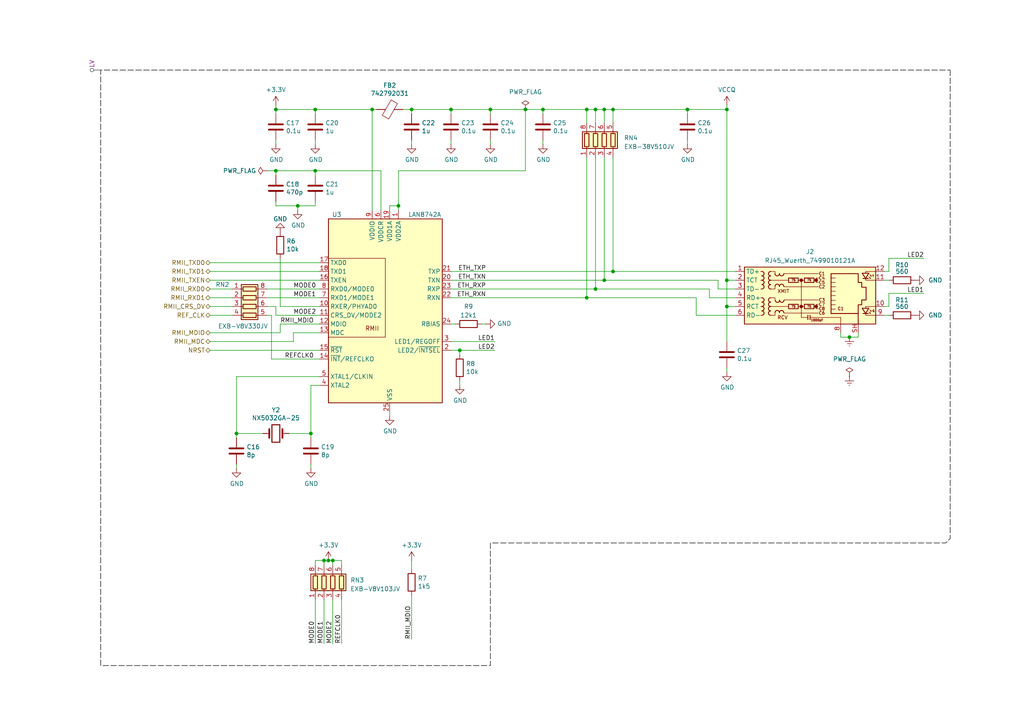
<source format=kicad_sch>
(kicad_sch (version 20250114) (generator "eeschema") (generator_version "9.0")
  (paper "A4")
  (lib_symbols
    (symbol "Connector:RJ45_Wuerth_7499010121A"
      (property "Reference" "J" (at 17.78 10.16 0))
      (property "Value" "RJ45_Wuerth_7499010121A" (at -6.35 10.16 0))
      (symbol "RJ45_Wuerth_7499010121A_0_0"
        (circle (center -1.27 5.08) (radius 0.0001) (stroke (width 0.508)))
        (polyline (pts (xy -1.27 5.08) (xy -1.27 -5.715)))
        (circle (center -1.27 -2.54) (radius 0.0001) (stroke (width 0.508)))
        (polyline (pts (xy 0.635 -5.08) (xy 0.635 -6.35)) (stroke (width 0.254)))
        (polyline (pts (xy 1.27 -5.08) (xy 1.27 -6.35)) (stroke (width 0.254)))
        (polyline (pts (xy 3.048 5.08) (xy 2.54 5.08)))
        (circle (center 3.048 5.08) (radius 0.0001) (stroke (width 0.508)))
        (polyline (pts (xy 3.048 -2.54) (xy 2.54 -2.54)))
        (circle (center 3.048 -2.54) (radius 0.0001) (stroke (width 0.508)))
        (polyline (pts (xy 3.683 5.715) (xy 3.048 5.715) (xy 3.048 4.445) (xy 3.683 4.445)))
        (polyline (pts (xy 3.683 -1.905) (xy 3.048 -1.905) (xy 3.048 -3.175) (xy 3.683 -3.175)))
        (polyline (pts (xy 17.399 7.112) (xy 17.399 7.62) (xy 20.32 7.62)))
        (polyline (pts (xy 17.399 -3.048) (xy 17.399 -2.54) (xy 20.32 -2.54)))
        (polyline (pts (xy 20.32 5.08) (xy 17.399 5.08) (xy 17.399 5.588)))
        (polyline (pts (xy 20.32 -5.08) (xy 17.399 -5.08) (xy 17.399 -4.572)))
        (text "XMIT" (at -8.255 1.905 0) (effects (font (size 1.016 1.016)) (justify left)))
        (text "RCV" (at -8.255 -5.715 0) (effects (font (size 1.016 1.016)) (justify left)))
        (text "C1" (at 4.699 6.985 0) (effects (font (size 0.889 0.889))))
        (text "C4" (at 4.699 5.715 0) (effects (font (size 0.889 0.889))))
        (text "C5" (at 4.699 4.445 0) (effects (font (size 0.889 0.889))))
        (text "C2" (at 4.699 3.175 0) (effects (font (size 0.889 0.889))))
        (text "C3" (at 4.699 -0.635 0) (effects (font (size 0.889 0.889))))
        (text "C7" (at 4.699 -1.905 0) (effects (font (size 0.889 0.889))))
        (text "C8" (at 4.699 -3.175 0) (effects (font (size 0.889 0.889))))
        (text "C6" (at 4.699 -4.445 0) (effects (font (size 0.889 0.889))))
        (text "C1" (at 10.16 -3.175 0) (effects (font (size 0.889 0.889))))
      )
      (symbol "RJ45_Wuerth_7499010121A_0_1"
        (rectangle (start -17.78 8.89) (end 20.32 -7.62) (stroke (width 0.254)) (fill (type background)))
        (polyline (pts (xy -12.7 7.62) (xy -13.081 7.62)))
        (polyline (pts (xy -12.7 5.08) (xy -13.081 5.08)))
        (polyline (pts (xy -12.7 2.54) (xy -13.081 2.54)))
        (polyline (pts (xy -12.7 0) (xy -13.081 0)))
        (polyline (pts (xy -12.7 -2.54) (xy -13.081 -2.54)))
        (polyline (pts (xy -12.7 -5.08) (xy -13.081 -5.08)))
        (polyline (pts (xy -10.16 7.62) (xy -8.89 7.62) (xy -8.89 6.985)))
        (polyline (pts (xy -10.16 0) (xy -8.89 0) (xy -8.89 -0.635)))
        (polyline (pts (xy -8.89 3.175) (xy -8.89 2.54) (xy -10.16 2.54)))
        (polyline (pts (xy -8.89 -4.445) (xy -8.89 -5.08) (xy -10.16 -5.08)))
        (polyline (pts (xy -6.35 6.985) (xy 3.683 6.985)))
        (polyline (pts (xy -6.35 3.175) (xy 3.683 3.175)))
        (polyline (pts (xy -6.35 -4.445) (xy 3.683 -4.445)))
        (polyline (pts (xy -6.223 -0.635) (xy 3.683 -0.635)))
        (polyline (pts (xy -5.08 -2.54) (xy -10.16 -2.54)))
        (polyline (pts (xy -4.953 5.08) (xy -10.16 5.08)))
        (polyline (pts (xy -2.159 5.08) (xy -0.381 5.08)))
        (polyline (pts (xy -2.159 -2.54) (xy -0.381 -2.54)))
        (polyline (pts (xy 0.635 -5.715) (xy -1.27 -5.715)))
        (polyline (pts (xy 7.366 3.175) (xy 8.636 3.175)))
        (polyline (pts (xy 7.366 1.905) (xy 8.636 1.905)))
        (polyline (pts (xy 7.366 0.635) (xy 8.636 0.635)))
        (polyline (pts (xy 7.366 -0.762) (xy 8.636 -0.762)))
        (polyline (pts (xy 7.366 -2.032) (xy 8.636 -2.032)))
        (polyline (pts (xy 8.636 5.715) (xy 7.366 5.715)))
        (polyline (pts (xy 8.636 4.445) (xy 7.366 4.445)))
        (polyline (pts (xy 8.636 -3.302) (xy 7.366 -3.302)))
        (polyline (pts (xy 10.16 -5.715) (xy 1.27 -5.715)))
        (polyline (pts (xy 10.16 -5.715) (xy 10.16 -7.62)))
      )
      (symbol "RJ45_Wuerth_7499010121A_1_0"
        (text "1000pF" (at 3.302 -6.477 0) (effects (font (size 0.635 0.635))))
      )
      (symbol "RJ45_Wuerth_7499010121A_1_1"
        (arc (start -12.7 0) (mid -12.0677 -0.635) (end -12.7 -1.27) (stroke (width 0.254)))
        (arc (start -12.6973 7.62) (mid -12.065 6.985) (end -12.6973 6.35) (stroke (width 0.254)))
        (arc (start -12.6973 -1.27) (mid -12.065 -1.905) (end -12.6973 -2.54) (stroke (width 0.254)))
        (arc (start -12.6973 -2.54) (mid -12.065 -3.175) (end -12.6973 -3.81) (stroke (width 0.254)))
        (arc (start -12.6973 -3.81) (mid -12.065 -4.445) (end -12.6973 -5.08) (stroke (width 0.254)))
        (arc (start -12.6946 6.35) (mid -12.0623 5.715) (end -12.6946 5.08) (stroke (width 0.254)))
        (arc (start -12.6946 5.08) (mid -12.0623 4.445) (end -12.6946 3.81) (stroke (width 0.254)))
        (arc (start -12.6946 3.81) (mid -12.0623 3.175) (end -12.6946 2.54) (stroke (width 0.254)))
        (arc (start -10.1654 6.35) (mid -10.7977 6.985) (end -10.1654 7.62) (stroke (width 0.254)))
        (arc (start -10.1654 5.08) (mid -10.7977 5.715) (end -10.1654 6.35) (stroke (width 0.254)))
        (arc (start -10.1654 3.81) (mid -10.7977 4.445) (end -10.1654 5.08) (stroke (width 0.254)))
        (arc (start -10.1654 -1.27) (mid -10.7977 -0.635) (end -10.1654 0) (stroke (width 0.254)))
        (arc (start -10.1654 -2.54) (mid -10.7977 -1.905) (end -10.1654 -1.27) (stroke (width 0.254)))
        (arc (start -10.1654 -3.81) (mid -10.7977 -3.175) (end -10.1654 -2.54) (stroke (width 0.254)))
        (arc (start -10.1627 2.54) (mid -10.795 3.175) (end -10.1627 3.81) (stroke (width 0.254)))
        (arc (start -10.1627 -5.08) (mid -10.795 -4.445) (end -10.1627 -3.81) (stroke (width 0.254)))
        (arc (start -7.62 6.9823) (mid -8.255 6.35) (end -8.89 6.9823) (stroke (width 0.254)))
        (arc (start -8.89 3.3047) (mid -8.255 3.937) (end -7.62 3.3047) (stroke (width 0.254)))
        (arc (start -8.89 -4.3153) (mid -8.255 -3.683) (end -7.62 -4.3153) (stroke (width 0.254)))
        (arc (start -7.5565 -0.7012) (mid -8.1915 -1.3335) (end -8.8265 -0.7012) (stroke (width 0.254)))
        (arc (start -6.35 6.985) (mid -6.985 6.3527) (end -7.62 6.985) (stroke (width 0.254)))
        (arc (start -7.62 3.3074) (mid -6.985 3.9397) (end -6.35 3.3074) (stroke (width 0.254)))
        (arc (start -7.62 -4.3126) (mid -6.985 -3.6803) (end -6.35 -4.3126) (stroke (width 0.254)))
        (arc (start -6.2865 -0.6985) (mid -6.9215 -1.3308) (end -7.5565 -0.6985) (stroke (width 0.254)))
        (rectangle (start -4.953 5.715) (end -2.159 4.445) (stroke (width 0.254)))
        (rectangle (start -4.953 -1.905) (end -2.159 -3.175) (stroke (width 0.254)))
        (rectangle (start -0.381 5.715) (end 2.413 4.445) (stroke (width 0.254)))
        (rectangle (start -0.381 -1.905) (end 2.413 -3.175) (stroke (width 0.254)))
        (polyline (pts (xy 7.366 -4.572) (xy 7.366 6.985) (xy 15.24 6.985) (xy 15.24 4.445) (xy 16.256 4.445) (xy 16.256 3.048) (xy 17.526 3.048) (xy 17.526 -0.635) (xy 16.256 -0.635) (xy 16.256 -2.032) (xy 15.24 -2.032) (xy 15.24 -4.572) (xy 7.366 -4.572)) (stroke (width 0.254)))
        (polyline (pts (xy 15.24 -7.62) (xy 15.24 -4.572)) (stroke (width 0.254)))
        (polyline (pts (xy 18.161 5.588) (xy 16.637 5.588)) (stroke (width 0.254)))
        (polyline (pts (xy 18.161 -4.572) (xy 16.637 -4.572)) (stroke (width 0.254)))
        (polyline (pts (xy 18.288 7.112) (xy 16.383 7.112) (xy 17.399 5.588) (xy 18.288 7.112)) (stroke (width 0.254)))
        (polyline (pts (xy 18.288 6.096) (xy 18.796 5.588) (xy 18.542 5.588)))
        (polyline (pts (xy 18.288 -3.048) (xy 16.383 -3.048) (xy 17.399 -4.572) (xy 18.288 -3.048)) (stroke (width 0.254)))
        (polyline (pts (xy 18.288 -4.064) (xy 18.796 -4.572) (xy 18.542 -4.572)))
        (polyline (pts (xy 18.542 6.731) (xy 19.05 6.223) (xy 18.796 6.223)))
        (polyline (pts (xy 18.542 -3.429) (xy 19.05 -3.937) (xy 18.796 -3.937)))
        (polyline (pts (xy 18.796 5.588) (xy 18.796 5.842)))
        (polyline (pts (xy 18.796 -4.572) (xy 18.796 -4.318)))
        (polyline (pts (xy 19.05 6.223) (xy 19.05 6.477)))
        (polyline (pts (xy 19.05 -3.937) (xy 19.05 -3.683)))
        (text "75" (at -3.556 5.08 0) (effects (font (size 0.635 0.635))))
        (text "75" (at -3.556 -2.54 0) (effects (font (size 0.635 0.635))))
        (text "75" (at 1.016 5.08 0) (effects (font (size 0.635 0.635))))
        (text "75" (at 1.016 -2.54 0) (effects (font (size 0.635 0.635))))
        (text "Y" (at 19.558 6.35 0) (effects (font (size 0.635 0.635))))
        (text "G" (at 19.685 -3.81 0) (effects (font (size 0.635 0.635))))
        (pin passive line (at -20.32 7.62 0) (length 2.54) (name "TD+") (number "1"))
        (pin passive line (at -20.32 5.08 0) (length 2.54) (name "TCT") (number "2"))
        (pin passive line (at -20.32 2.54 0) (length 2.54) (name "TD-") (number "3"))
        (pin passive line (at -20.32 0 0) (length 2.54) (name "RD+") (number "4"))
        (pin passive line (at -20.32 -2.54 0) (length 2.54) (name "RCT") (number "5"))
        (pin passive line (at -20.32 -5.08 0) (length 2.54) (name "RD-") (number "6"))
        (pin power_in line (at 10.16 -10.16 90) (length 2.54) (name "") (number "8"))
        (pin passive line (at 15.24 -10.16 90) (length 2.54) (name "") (number "SH"))
        (pin no_connect line (at 20.32 0 0) (length 0) (hide yes) (name "NC") (number "7"))
        (pin passive line (at 22.86 7.62 180) (length 2.54) (name "") (number "12"))
        (pin passive line (at 22.86 5.08 180) (length 2.54) (name "") (number "11"))
        (pin passive line (at 22.86 -2.54 180) (length 2.54) (name "") (number "10"))
        (pin passive line (at 22.86 -5.08 180) (length 2.54) (name "") (number "9"))
      )
    )
    (symbol "Device:C" (pin_numbers (hide yes)) (pin_names (offset 0.254))
      (property "Reference" "C" (at 0.635 2.54 0))
      (property "Value" "C" (at 0.635 -2.54 0))
      (symbol "C_0_1"
        (polyline (pts (xy -2.032 0.762) (xy 2.032 0.762)) (stroke (width 0.508)))
        (polyline (pts (xy -2.032 -0.762) (xy 2.032 -0.762)) (stroke (width 0.508)))
      )
      (symbol "C_1_1"
        (pin passive line (at 0 3.81 270) (length 2.794) (name "~") (number "1"))
        (pin passive line (at 0 -3.81 90) (length 2.794) (name "~") (number "2"))
      )
    )
    (symbol "Device:Crystal" (pin_numbers (hide yes)) (pin_names (offset 1.016) (hide yes))
      (property "Reference" "Y" (at 0 3.81 0))
      (property "Value" "Crystal" (at 0 -3.81 0))
      (symbol "Crystal_0_1"
        (polyline (pts (xy -2.54 0) (xy -1.905 0)))
        (polyline (pts (xy -1.905 -1.27) (xy -1.905 1.27)) (stroke (width 0.508)))
        (rectangle (start -1.143 2.54) (end 1.143 -2.54) (stroke (width 0.3048)))
        (polyline (pts (xy 1.905 -1.27) (xy 1.905 1.27)) (stroke (width 0.508)))
        (polyline (pts (xy 2.54 0) (xy 1.905 0)))
      )
      (symbol "Crystal_1_1"
        (pin passive line (at -3.81 0 0) (length 1.27) (name "1") (number "1"))
        (pin passive line (at 3.81 0 180) (length 1.27) (name "2") (number "2"))
      )
    )
    (symbol "Device:FerriteBead" (pin_numbers (hide yes)) (pin_names (offset 0))
      (property "Reference" "FB" (at -3.81 0.635 90))
      (property "Value" "FerriteBead" (at 3.81 0 90))
      (symbol "FerriteBead_0_1"
        (polyline (pts (xy -2.7686 0.4064) (xy -1.7018 2.2606) (xy 2.7686 -0.3048) (xy 1.6764 -2.159) (xy -2.7686 0.4064)))
        (polyline (pts (xy 0 1.27) (xy 0 1.2954)))
        (polyline (pts (xy 0 -1.27) (xy 0 -1.2192)))
      )
      (symbol "FerriteBead_1_1"
        (pin passive line (at 0 3.81 270) (length 2.54) (name "~") (number "1"))
        (pin passive line (at 0 -3.81 90) (length 2.54) (name "~") (number "2"))
      )
    )
    (symbol "Device:R" (pin_numbers (hide yes)) (pin_names (offset 0))
      (property "Reference" "R" (at 2.032 0 90))
      (property "Value" "R" (at 0 0 90))
      (symbol "R_0_1"
        (rectangle (start -1.016 -2.54) (end 1.016 2.54) (stroke (width 0.254)))
      )
      (symbol "R_1_1"
        (pin passive line (at 0 3.81 270) (length 1.27) (name "~") (number "1"))
        (pin passive line (at 0 -3.81 90) (length 1.27) (name "~") (number "2"))
      )
    )
    (symbol "Device:R_Pack04" (pin_names (offset 0) (hide yes))
      (property "Reference" "RN" (at -7.62 0 90))
      (property "Value" "R_Pack04" (at 5.08 0 90))
      (symbol "R_Pack04_0_1"
        (rectangle (start -6.35 -2.413) (end 3.81 2.413) (stroke (width 0.254)) (fill (type background)))
        (rectangle (start -5.715 1.905) (end -4.445 -1.905) (stroke (width 0.254)))
        (polyline (pts (xy -5.08 1.905) (xy -5.08 2.54)))
        (polyline (pts (xy -5.08 -2.54) (xy -5.08 -1.905)))
        (rectangle (start -3.175 1.905) (end -1.905 -1.905) (stroke (width 0.254)))
        (polyline (pts (xy -2.54 1.905) (xy -2.54 2.54)))
        (polyline (pts (xy -2.54 -2.54) (xy -2.54 -1.905)))
        (rectangle (start -0.635 1.905) (end 0.635 -1.905) (stroke (width 0.254)))
        (polyline (pts (xy 0 1.905) (xy 0 2.54)))
        (polyline (pts (xy 0 -2.54) (xy 0 -1.905)))
        (rectangle (start 1.905 1.905) (end 3.175 -1.905) (stroke (width 0.254)))
        (polyline (pts (xy 2.54 1.905) (xy 2.54 2.54)))
        (polyline (pts (xy 2.54 -2.54) (xy 2.54 -1.905)))
      )
      (symbol "R_Pack04_1_1"
        (pin passive line (at -5.08 5.08 270) (length 2.54) (name "R1.2") (number "8"))
        (pin passive line (at -5.08 -5.08 90) (length 2.54) (name "R1.1") (number "1"))
        (pin passive line (at -2.54 5.08 270) (length 2.54) (name "R2.2") (number "7"))
        (pin passive line (at -2.54 -5.08 90) (length 2.54) (name "R2.1") (number "2"))
        (pin passive line (at 0 5.08 270) (length 2.54) (name "R3.2") (number "6"))
        (pin passive line (at 0 -5.08 90) (length 2.54) (name "R3.1") (number "3"))
        (pin passive line (at 2.54 5.08 270) (length 2.54) (name "R4.2") (number "5"))
        (pin passive line (at 2.54 -5.08 90) (length 2.54) (name "R4.1") (number "4"))
      )
    )
    (symbol "Interface_Ethernet:LAN8742A"
      (property "Reference" "U" (at -13.97 29.21 0))
      (property "Value" "LAN8742A" (at 15.24 29.21 0))
      (symbol "LAN8742A_0_0"
        (text "RMII" (at -5.08 -3.81 0) (effects (font (size 1.27 1.27))))
      )
      (symbol "LAN8742A_0_1"
        (rectangle (start -17.78 27.94) (end 15.24 -25.4) (stroke (width 0.254)) (fill (type background)))
        (polyline (pts (xy -17.78 -6.35) (xy -1.27 -6.35) (xy -1.27 16.51) (xy -17.78 16.51)))
      )
      (symbol "LAN8742A_1_1"
        (pin input line (at -20.32 15.24 0) (length 2.54) (name "TXD0") (number "17"))
        (pin input line (at -20.32 12.7 0) (length 2.54) (name "TXD1") (number "18"))
        (pin input line (at -20.32 10.16 0) (length 2.54) (name "TXEN") (number "16"))
        (pin bidirectional line (at -20.32 7.62 0) (length 2.54) (name "RXD0/MODE0") (number "8"))
        (pin bidirectional line (at -20.32 5.08 0) (length 2.54) (name "RXD1/MODE1") (number "7"))
        (pin output line (at -20.32 2.54 0) (length 2.54) (name "RXER/PHYAD0") (number "10"))
        (pin bidirectional line (at -20.32 0 0) (length 2.54) (name "CRS_DV/MODE2") (number "11"))
        (pin bidirectional line (at -20.32 -2.54 0) (length 2.54) (name "MDIO") (number "12"))
        (pin input line (at -20.32 -5.08 0) (length 2.54) (name "MDC") (number "13"))
        (pin input line (at -20.32 -10.16 0) (length 2.54) (name "~{RST}") (number "15"))
        (pin output line (at -20.32 -12.7 0) (length 2.54) (name "~{INT}/REFCLKO") (number "14"))
        (pin input line (at -20.32 -17.78 0) (length 2.54) (name "XTAL1/CLKIN") (number "5"))
        (pin output line (at -20.32 -20.32 0) (length 2.54) (name "XTAL2") (number "4"))
        (pin power_in line (at -5.08 30.48 270) (length 2.54) (name "VDDIO") (number "9"))
        (pin power_in line (at -2.54 30.48 270) (length 2.54) (name "VDDCR") (number "6"))
        (pin power_in line (at 0 30.48 270) (length 2.54) (name "VDD1A") (number "19"))
        (pin power_in line (at 0 -27.94 90) (length 2.54) (name "VSS") (number "25"))
        (pin power_in line (at 2.54 30.48 270) (length 2.54) (name "VDD2A") (number "1"))
        (pin passive line (at 17.78 12.7 180) (length 2.54) (name "TXP") (number "21"))
        (pin passive line (at 17.78 10.16 180) (length 2.54) (name "TXN") (number "20"))
        (pin passive line (at 17.78 7.62 180) (length 2.54) (name "RXP") (number "23"))
        (pin passive line (at 17.78 5.08 180) (length 2.54) (name "RXN") (number "22"))
        (pin passive line (at 17.78 -2.54 180) (length 2.54) (name "RBIAS") (number "24"))
        (pin bidirectional line (at 17.78 -7.62 180) (length 2.54) (name "LED1/REGOFF") (number "3"))
        (pin bidirectional line (at 17.78 -10.16 180) (length 2.54) (name "LED2/~{INTSEL}") (number "2"))
      )
    )
    (symbol "power:+3.3V" (power) (pin_numbers (hide yes)) (pin_names (offset 0) (hide yes))
      (property "Value" "+3.3V" (at 0 3.556 0))
      (symbol "+3.3V_0_1"
        (polyline (pts (xy -0.762 1.27) (xy 0 2.54)))
        (polyline (pts (xy 0 2.54) (xy 0.762 1.27)))
        (polyline (pts (xy 0 0) (xy 0 2.54)))
      )
      (symbol "+3.3V_1_1"
        (pin power_in line (at 0 0 90) (length 0) (name "~") (number "1"))
      )
    )
    (symbol "power:Earth" (power) (pin_numbers (hide yes)) (pin_names (offset 0) (hide yes))
      (property "Value" "Earth" (at 0 -3.81 0))
      (symbol "Earth_0_1"
        (polyline (pts (xy -0.635 -1.905) (xy 0.635 -1.905)))
        (polyline (pts (xy -0.127 -2.54) (xy 0.127 -2.54)))
        (polyline (pts (xy 0 -1.27) (xy 0 0)))
        (polyline (pts (xy 1.27 -1.27) (xy -1.27 -1.27)))
      )
      (symbol "Earth_1_1"
        (pin power_in line (at 0 0 270) (length 0) (name "~") (number "1"))
      )
    )
    (symbol "power:GND" (power) (pin_numbers (hide yes)) (pin_names (offset 0) (hide yes))
      (property "Value" "GND" (at 0 -3.81 0))
      (symbol "GND_0_1"
        (polyline (pts (xy 0 0) (xy 0 -1.27) (xy 1.27 -1.27) (xy 0 -2.54) (xy -1.27 -1.27) (xy 0 -1.27)))
      )
      (symbol "GND_1_1"
        (pin power_in line (at 0 0 270) (length 0) (name "~") (number "1"))
      )
    )
    (symbol "power:PWR_FLAG" (power) (pin_numbers (hide yes)) (pin_names (offset 0) (hide yes))
      (property "Value" "PWR_FLAG" (at 0 3.81 0))
      (symbol "PWR_FLAG_0_0"
        (pin power_out line (at 0 0 90) (length 0) (name "~") (number "1"))
      )
      (symbol "PWR_FLAG_0_1"
        (polyline (pts (xy 0 0) (xy 0 1.27) (xy -1.016 1.905) (xy 0 2.54) (xy 1.016 1.905) (xy 0 1.27)))
      )
    )
    (symbol "power:VCCQ" (power) (pin_numbers (hide yes)) (pin_names (offset 0) (hide yes))
      (property "Value" "VCCQ" (at 0 3.556 0))
      (symbol "VCCQ_0_1"
        (polyline (pts (xy -0.762 1.27) (xy 0 2.54)))
        (polyline (pts (xy 0 2.54) (xy 0.762 1.27)))
        (polyline (pts (xy 0 0) (xy 0 2.54)))
      )
      (symbol "VCCQ_1_1"
        (pin power_in line (at 0 0 90) (length 0) (name "~") (number "1"))
      )
    )
  )
  (junction (at 90.17 125.73))
  (junction (at 93.98 162.56))
  (junction (at 133.35 101.6))
  (junction (at 130.81 31.75))
  (junction (at 175.26 81.28))
  (junction (at 157.48 31.75))
  (junction (at 175.26 31.75))
  (junction (at 80.01 31.75))
  (junction (at 68.58 125.73))
  (junction (at 177.8 31.75))
  (junction (at 172.72 31.75))
  (junction (at 119.38 31.75))
  (junction (at 107.95 31.75))
  (junction (at 91.44 31.75))
  (junction (at 177.8 78.74))
  (junction (at 152.4 31.75))
  (junction (at 199.39 31.75))
  (junction (at 142.24 31.75))
  (junction (at 246.38 97.79))
  (junction (at 170.18 86.36))
  (junction (at 210.82 81.28))
  (junction (at 172.72 83.82))
  (junction (at 91.44 49.53))
  (junction (at 170.18 31.75))
  (junction (at 115.57 59.69))
  (junction (at 210.82 31.75))
  (junction (at 210.82 88.9))
  (junction (at 95.25 162.56))
  (junction (at 96.52 162.56))
  (junction (at 80.01 49.53))
  (junction (at 86.36 59.69))
  (wire (pts (xy 119.38 33.02) (xy 119.38 31.75)))
  (wire (pts (xy 133.35 111.76) (xy 133.35 110.49)))
  (wire (pts (xy 130.81 86.36) (xy 170.18 86.36)))
  (wire (pts (xy 67.31 83.82) (xy 60.96 83.82)))
  (wire (pts (xy 91.44 41.91) (xy 91.44 40.64)))
  (wire (pts (xy 93.98 162.56) (xy 93.98 163.83)))
  (wire (pts (xy 243.84 96.52) (xy 243.84 97.79)))
  (wire (pts (xy 132.08 93.98) (xy 130.81 93.98)))
  (wire (pts (xy 210.82 88.9) (xy 210.82 81.28)))
  (wire (pts (xy 177.8 31.75) (xy 199.39 31.75)))
  (wire (pts (xy 157.48 41.91) (xy 157.48 40.64)))
  (wire (pts (xy 157.48 31.75) (xy 170.18 31.75)))
  (wire (pts (xy 60.96 86.36) (xy 67.31 86.36)))
  (wire (pts (xy 152.4 49.53) (xy 152.4 31.75)))
  (wire (pts (xy 107.95 31.75) (xy 107.95 60.96)))
  (wire (pts (xy 107.95 31.75) (xy 109.22 31.75)))
  (wire (pts (xy 60.96 76.2) (xy 92.71 76.2)))
  (wire (pts (xy 80.01 58.42) (xy 80.01 59.69)))
  (wire (pts (xy 91.44 31.75) (xy 107.95 31.75)))
  (wire (pts (xy 60.96 81.28) (xy 92.71 81.28)))
  (wire (pts (xy 205.74 83.82) (xy 205.74 86.36)))
  (wire (pts (xy 77.47 49.53) (xy 80.01 49.53)))
  (wire (pts (xy 210.82 107.95) (xy 210.82 106.68)))
  (wire (pts (xy 177.8 78.74) (xy 213.36 78.74)))
  (wire (pts (xy 60.96 96.52) (xy 81.28 96.52)))
  (wire (pts (xy 175.26 45.72) (xy 175.26 81.28)))
  (wire (pts (xy 96.52 173.99) (xy 96.52 186.69)))
  (wire (pts (xy 60.96 91.44) (xy 67.31 91.44)))
  (wire (pts (xy 199.39 41.91) (xy 199.39 40.64)))
  (wire (pts (xy 68.58 134.62) (xy 68.58 135.89)))
  (wire (pts (xy 142.24 41.91) (xy 142.24 40.64)))
  (wire (pts (xy 91.44 50.8) (xy 91.44 49.53)))
  (wire (pts (xy 210.82 99.06) (xy 210.82 88.9)))
  (wire (pts (xy 130.81 41.91) (xy 130.81 40.64)))
  (wire (pts (xy 175.26 31.75) (xy 175.26 35.56)))
  (wire (pts (xy 199.39 31.75) (xy 210.82 31.75)))
  (wire (pts (xy 133.35 101.6) (xy 143.51 101.6)))
  (wire (pts (xy 91.44 49.53) (xy 110.49 49.53)))
  (wire (pts (xy 80.01 30.48) (xy 80.01 31.75)))
  (wire (pts (xy 256.54 91.44) (xy 257.81 91.44)))
  (wire (pts (xy 152.4 31.75) (xy 157.48 31.75)))
  (wire (pts (xy 172.72 31.75) (xy 172.72 35.56)))
  (wire (pts (xy 77.47 86.36) (xy 92.71 86.36)))
  (wire (pts (xy 256.54 81.28) (xy 257.81 81.28)))
  (wire (pts (xy 267.97 74.93) (xy 257.81 74.93)))
  (wire (pts (xy 172.72 45.72) (xy 172.72 83.82)))
  (wire (pts (xy 90.17 125.73) (xy 90.17 111.76)))
  (wire (pts (xy 113.03 120.65) (xy 113.03 119.38)))
  (wire (pts (xy 91.44 162.56) (xy 93.98 162.56)))
  (wire (pts (xy 210.82 31.75) (xy 210.82 81.28)))
  (wire (pts (xy 91.44 163.83) (xy 91.44 162.56)))
  (wire (pts (xy 60.96 88.9) (xy 67.31 88.9)))
  (wire (pts (xy 243.84 97.79) (xy 246.38 97.79)))
  (wire (pts (xy 81.28 74.93) (xy 81.28 88.9)))
  (wire (pts (xy 60.96 99.06) (xy 85.09 99.06)))
  (wire (pts (xy 99.06 173.99) (xy 99.06 186.69)))
  (wire (pts (xy 96.52 162.56) (xy 96.52 163.83)))
  (wire (pts (xy 78.74 104.14) (xy 92.71 104.14)))
  (wire (pts (xy 130.81 101.6) (xy 133.35 101.6)))
  (wire (pts (xy 257.81 78.74) (xy 257.81 74.93)))
  (wire (pts (xy 130.81 33.02) (xy 130.81 31.75)))
  (wire (pts (xy 92.71 88.9) (xy 81.28 88.9)))
  (wire (pts (xy 246.38 97.79) (xy 248.92 97.79)))
  (wire (pts (xy 78.74 91.44) (xy 78.74 104.14)))
  (wire (pts (xy 142.24 31.75) (xy 130.81 31.75)))
  (wire (pts (xy 130.81 78.74) (xy 177.8 78.74)))
  (wire (pts (xy 90.17 111.76) (xy 92.71 111.76)))
  (wire (pts (xy 157.48 33.02) (xy 157.48 31.75)))
  (wire (pts (xy 199.39 33.02) (xy 199.39 31.75)))
  (wire (pts (xy 80.01 59.69) (xy 86.36 59.69)))
  (wire (pts (xy 91.44 33.02) (xy 91.44 31.75)))
  (wire (pts (xy 85.09 96.52) (xy 92.71 96.52)))
  (wire (pts (xy 90.17 127) (xy 90.17 125.73)))
  (wire (pts (xy 256.54 78.74) (xy 257.81 78.74)))
  (wire (pts (xy 152.4 31.75) (xy 142.24 31.75)))
  (wire (pts (xy 210.82 81.28) (xy 213.36 81.28)))
  (wire (pts (xy 60.96 101.6) (xy 92.71 101.6)))
  (wire (pts (xy 119.38 172.72) (xy 119.38 185.42)))
  (wire (pts (xy 90.17 135.89) (xy 90.17 134.62)))
  (wire (pts (xy 77.47 83.82) (xy 92.71 83.82)))
  (wire (pts (xy 172.72 31.75) (xy 175.26 31.75)))
  (wire (pts (xy 81.28 96.52) (xy 81.28 93.98)))
  (wire (pts (xy 93.98 173.99) (xy 93.98 186.69)))
  (wire (pts (xy 119.38 31.75) (xy 116.84 31.75)))
  (wire (pts (xy 119.38 165.1) (xy 119.38 162.56)))
  (wire (pts (xy 77.47 91.44) (xy 78.74 91.44)))
  (wire (pts (xy 80.01 31.75) (xy 91.44 31.75)))
  (wire (pts (xy 115.57 59.69) (xy 115.57 49.53)))
  (wire (pts (xy 177.8 45.72) (xy 177.8 78.74)))
  (wire (pts (xy 170.18 86.36) (xy 201.93 86.36)))
  (wire (pts (xy 210.82 88.9) (xy 213.36 88.9)))
  (wire (pts (xy 113.03 59.69) (xy 115.57 59.69)))
  (wire (pts (xy 86.36 60.96) (xy 86.36 59.69)))
  (wire (pts (xy 208.28 83.82) (xy 213.36 83.82)))
  (wire (pts (xy 95.25 162.56) (xy 96.52 162.56)))
  (wire (pts (xy 68.58 109.22) (xy 68.58 125.73)))
  (wire (pts (xy 115.57 59.69) (xy 115.57 60.96)))
  (wire (pts (xy 130.81 31.75) (xy 119.38 31.75)))
  (wire (pts (xy 170.18 45.72) (xy 170.18 86.36)))
  (wire (pts (xy 92.71 109.22) (xy 68.58 109.22)))
  (wire (pts (xy 93.98 162.56) (xy 95.25 162.56)))
  (wire (pts (xy 267.97 85.09) (xy 257.81 85.09)))
  (wire (pts (xy 80.01 91.44) (xy 92.71 91.44)))
  (wire (pts (xy 115.57 49.53) (xy 152.4 49.53)))
  (wire (pts (xy 201.93 86.36) (xy 201.93 91.44)))
  (wire (pts (xy 170.18 31.75) (xy 170.18 35.56)))
  (wire (pts (xy 248.92 96.52) (xy 248.92 97.79)))
  (wire (pts (xy 257.81 85.09) (xy 257.81 88.9)))
  (wire (pts (xy 130.81 83.82) (xy 172.72 83.82)))
  (wire (pts (xy 208.28 81.28) (xy 208.28 83.82)))
  (wire (pts (xy 140.97 93.98) (xy 139.7 93.98)))
  (wire (pts (xy 130.81 81.28) (xy 175.26 81.28)))
  (wire (pts (xy 256.54 88.9) (xy 257.81 88.9)))
  (wire (pts (xy 77.47 88.9) (xy 80.01 88.9)))
  (wire (pts (xy 172.72 83.82) (xy 205.74 83.82)))
  (wire (pts (xy 96.52 162.56) (xy 99.06 162.56)))
  (wire (pts (xy 205.74 86.36) (xy 213.36 86.36)))
  (wire (pts (xy 83.82 125.73) (xy 90.17 125.73)))
  (wire (pts (xy 177.8 31.75) (xy 177.8 35.56)))
  (wire (pts (xy 80.01 41.91) (xy 80.01 40.64)))
  (wire (pts (xy 81.28 93.98) (xy 92.71 93.98)))
  (wire (pts (xy 80.01 49.53) (xy 91.44 49.53)))
  (wire (pts (xy 175.26 31.75) (xy 177.8 31.75)))
  (wire (pts (xy 175.26 81.28) (xy 208.28 81.28)))
  (wire (pts (xy 86.36 59.69) (xy 91.44 59.69)))
  (wire (pts (xy 91.44 59.69) (xy 91.44 58.42)))
  (wire (pts (xy 80.01 33.02) (xy 80.01 31.75)))
  (wire (pts (xy 210.82 30.48) (xy 210.82 31.75)))
  (wire (pts (xy 99.06 162.56) (xy 99.06 163.83)))
  (wire (pts (xy 68.58 125.73) (xy 76.2 125.73)))
  (wire (pts (xy 133.35 102.87) (xy 133.35 101.6)))
  (wire (pts (xy 60.96 78.74) (xy 92.71 78.74)))
  (wire (pts (xy 68.58 127) (xy 68.58 125.73)))
  (wire (pts (xy 130.81 99.06) (xy 143.51 99.06)))
  (wire (pts (xy 80.01 49.53) (xy 80.01 50.8)))
  (wire (pts (xy 170.18 31.75) (xy 172.72 31.75)))
  (wire (pts (xy 142.24 33.02) (xy 142.24 31.75)))
  (wire (pts (xy 113.03 60.96) (xy 113.03 59.69)))
  (wire (pts (xy 85.09 99.06) (xy 85.09 96.52)))
  (wire (pts (xy 201.93 91.44) (xy 213.36 91.44)))
  (wire (pts (xy 119.38 41.91) (xy 119.38 40.64)))
  (wire (pts (xy 110.49 49.53) (xy 110.49 60.96)))
  (wire (pts (xy 91.44 173.99) (xy 91.44 186.69)))
  (wire (pts (xy 80.01 88.9) (xy 80.01 91.44)))
  (label "ETH_TXP" (at 140.97 78.74 180))
  (label "MODE1" (at 93.98 186.69 90))
  (label "LED1" (at 267.97 85.09 180))
  (label "RMII_MDIO" (at 81.28 93.98 0))
  (label "LED2" (at 267.97 74.93 180))
  (label "MODE0" (at 91.44 186.69 90))
  (label "ETH_RXP" (at 140.97 83.82 180))
  (label "ETH_RXN" (at 140.97 86.36 180))
  (label "LED1" (at 143.51 99.06 180))
  (label "MODE1" (at 85.09 86.36 0))
  (label "MODE2" (at 85.09 91.44 0))
  (label "MODE0" (at 85.09 83.82 0))
  (label "RMII_MDIO" (at 119.38 185.42 90))
  (label "LED2" (at 143.51 101.6 180))
  (label "REFCLK0" (at 82.55 104.14 0))
  (label "REFCLK0" (at 99.06 186.69 90))
  (label "MODE2" (at 96.52 186.69 90))
  (label "ETH_TXN" (at 140.97 81.28 180))
  (hierarchical_label "RMII_TXD1" (shape bidirectional) (at 60.96 78.74 180))
  (hierarchical_label "REF_CLK" (shape bidirectional) (at 60.96 91.44 180))
  (hierarchical_label "RMII_MDIO" (shape bidirectional) (at 60.96 96.52 180))
  (hierarchical_label "RMII_CRS_DV" (shape bidirectional) (at 60.96 88.9 180))
  (hierarchical_label "RMII_RXD1" (shape bidirectional) (at 60.96 86.36 180))
  (hierarchical_label "RMII_MDC" (shape bidirectional) (at 60.96 99.06 180))
  (hierarchical_label "RMII_TXD0" (shape bidirectional) (at 60.96 76.2 180))
  (hierarchical_label "RMII_TXEN" (shape bidirectional) (at 60.96 81.28 180))
  (hierarchical_label "NRST" (shape bidirectional) (at 60.96 101.6 180))
  (hierarchical_label "RMII_RXD0" (shape bidirectional) (at 60.96 83.82 180))
  (rule_area (polyline (pts (xy 275.59 20.32) (xy 275.59 156.21) (xy 274.32 157.48) (xy 142.24 157.48) (xy 142.24 193.04) (xy 29.21 193.04) (xy 29.21 20.32)) (stroke (width 0) (type dash) (color 0 0 0 1))))
  (netclass_flag "" (length 2.54) (shape round) (at 29.21 20.32 90) (property "Netclass" "LV" (at 26.67 19.6215 90) (effects (justify left))))
  (symbol (lib_id "Device:C") (at 90.17 130.81 0) (unit 1)
    (property "Reference" "C19" (at 93.091 129.6416 0) (effects (justify left)))
    (property "Value" "8p" (at 93.091 131.953 0) (effects (justify left)))
    (property "Footprint" "Capacitor_SMD:C_0603_1608Metric" (effects (hide yes)))
    (instances (project "ETH1HMSR-SMS" (path "" (reference "C19") (unit 1))) (project "ETH1HMSR-SMS" (path "" (reference "C304") (unit 1))) (project "ETH1IRCAM1" (path "" (reference "C304") (unit 1))))
  )
  (symbol (lib_id "Device:R") (at 119.38 168.91 0) (unit 1)
    (property "Reference" "R7" (at 121.158 167.7416 0) (effects (justify left)))
    (property "Value" "1k5" (at 121.158 170.053 0) (effects (justify left)))
    (property "Footprint" "Resistor_SMD:R_0603_1608Metric_Pad0.98x0.95mm_HandSolder" (effects (hide yes)))
    (instances (project "ETH1HMSR-SMS" (path "" (reference "R7") (unit 1))) (project "ETH1HMSR-SMS" (path "" (reference "R302") (unit 1))) (project "ETH1IRCAM1" (path "" (reference "R310") (unit 1))))
  )
  (symbol (lib_id "Device:C") (at 130.81 36.83 0) (unit 1)
    (property "Reference" "C23" (at 133.731 35.6616 0) (effects (justify left)))
    (property "Value" "0.1u" (at 133.731 37.973 0) (effects (justify left)))
    (property "Footprint" "Capacitor_SMD:C_0603_1608Metric" (effects (hide yes)))
    (instances (project "ETH1HMSR-SMS" (path "" (reference "C23") (unit 1))) (project "ETH1HMSR-SMS" (path "" (reference "C308") (unit 1))) (project "ETH1IRCAM1" (path "" (reference "C308") (unit 1))))
  )
  (symbol (lib_id "power:PWR_FLAG") (at 246.38 109.22 0) (unit 1)
    (property "Reference" "#FLG04" (effects (hide yes)))
    (property "Value" "PWR_FLAG" (at 246.38 104.14 0))
    (property "Description" "Special symbol for telling ERC where power comes from" (effects (hide yes)))
    (instances (project "ETH1HMSR-SMS" (path "" (reference "#FLG04") (unit 1))) (project "ETH1HMSR-SMS" (path "" (reference "#FLG0304") (unit 1))) (project "ETH1IRCAM1" (path "" (reference "#FLG0303") (unit 1))))
  )
  (symbol (lib_id "Device:R") (at 261.62 81.28 90) (unit 1)
    (property "Reference" "R10" (at 261.62 76.835 90))
    (property "Value" "560" (at 261.62 78.74 90))
    (property "Footprint" "Resistor_SMD:R_0603_1608Metric_Pad0.98x0.95mm_HandSolder" (effects (hide yes)))
    (instances (project "ETH1HMSR-SMS" (path "" (reference "R10") (unit 1))) (project "ETH1HMSR-SMS" (path "" (reference "R305") (unit 1))) (project "ETH1IRCAM1" (path "" (reference "R317") (unit 1))))
  )
  (symbol (lib_id "power:GND") (at 199.39 41.91 0) (unit 1)
    (property "Reference" "#PWR044" (effects (hide yes)))
    (property "Value" "GND" (at 199.517 46.3042 0))
    (property "Description" "Power symbol creates a global label with name \"GND\" , ground" (effects (hide yes)))
    (instances (project "ETH1HMSR-SMS" (path "" (reference "#PWR044") (unit 1))) (project "ETH1HMSR-SMS" (path "" (reference "#PWR0317") (unit 1))) (project "ETH1IRCAM1" (path "" (reference "#PWR0316") (unit 1))))
  )
  (symbol (lib_id "power:+3.3V") (at 80.01 30.48 0) (unit 1)
    (property "Reference" "#PWR029" (effects (hide yes)))
    (property "Value" "+3.3V" (at 80.01 26.035 0))
    (property "Description" "Power symbol creates a global label with name \"+3.3V\"" (effects (hide yes)))
    (instances (project "ETH1HMSR-SMS" (path "" (reference "#PWR029") (unit 1))) (project "ETH1HMSR-SMS" (path "" (reference "#PWR0302") (unit 1))) (project "ETH1IRCAM1" (path "" (reference "#PWR0303") (unit 1))))
  )
  (symbol (lib_id "Device:C") (at 119.38 36.83 0) (unit 1)
    (property "Reference" "C22" (at 122.301 35.6616 0) (effects (justify left)))
    (property "Value" "1u" (at 122.301 37.973 0) (effects (justify left)))
    (property "Footprint" "Capacitor_SMD:C_0603_1608Metric" (effects (hide yes)))
    (instances (project "ETH1HMSR-SMS" (path "" (reference "C22") (unit 1))) (project "ETH1HMSR-SMS" (path "" (reference "C307") (unit 1))) (project "ETH1IRCAM1" (path "" (reference "C307") (unit 1))))
  )
  (symbol (lib_id "power:+3.3V") (at 95.25 162.56 0) (unit 1)
    (property "Reference" "#PWR035" (effects (hide yes)))
    (property "Value" "+3.3V" (at 95.25 158.115 0))
    (property "Description" "Power symbol creates a global label with name \"+3.3V\"" (effects (hide yes)))
    (instances (project "ETH1HMSR-SMS" (path "" (reference "#PWR035") (unit 1))) (project "ETH1HMSR-SMS" (path "" (reference "#PWR0308") (unit 1))) (project "ETH1IRCAM1" (path "" (reference "#PWR0309") (unit 1))))
  )
  (symbol (lib_id "Device:C") (at 80.01 54.61 0) (unit 1)
    (property "Reference" "C18" (at 82.931 53.4416 0) (effects (justify left)))
    (property "Value" "470p" (at 82.931 55.753 0) (effects (justify left)))
    (property "Footprint" "Capacitor_SMD:C_0603_1608Metric" (effects (hide yes)))
    (instances (project "ETH1HMSR-SMS" (path "" (reference "C18") (unit 1))) (project "ETH1HMSR-SMS" (path "" (reference "C303") (unit 1))) (project "ETH1IRCAM1" (path "" (reference "C303") (unit 1))))
  )
  (symbol (lib_id "power:GND") (at 113.03 120.65 0) (unit 1)
    (property "Reference" "#PWR036" (effects (hide yes)))
    (property "Value" "GND" (at 113.157 125.0442 0))
    (property "Description" "Power symbol creates a global label with name \"GND\" , ground" (effects (hide yes)))
    (instances (project "ETH1HMSR-SMS" (path "" (reference "#PWR036") (unit 1))) (project "ETH1HMSR-SMS" (path "" (reference "#PWR0309") (unit 1))) (project "ETH1IRCAM1" (path "" (reference "#PWR0308") (unit 1))))
  )
  (symbol (lib_id "Device:C") (at 68.58 130.81 0) (unit 1)
    (property "Reference" "C16" (at 71.501 129.6416 0) (effects (justify left)))
    (property "Value" "8p" (at 71.501 131.953 0) (effects (justify left)))
    (property "Footprint" "Capacitor_SMD:C_0603_1608Metric" (effects (hide yes)))
    (instances (project "ETH1HMSR-SMS" (path "" (reference "C16") (unit 1))) (project "ETH1HMSR-SMS" (path "" (reference "C301") (unit 1))) (project "ETH1IRCAM1" (path "" (reference "C301") (unit 1))))
  )
  (symbol (lib_id "power:+3.3V") (at 119.38 162.56 0) (unit 1)
    (property "Reference" "#PWR038" (effects (hide yes)))
    (property "Value" "+3.3V" (at 119.38 158.115 0))
    (property "Description" "Power symbol creates a global label with name \"+3.3V\"" (effects (hide yes)))
    (instances (project "ETH1HMSR-SMS" (path "" (reference "#PWR038") (unit 1))) (project "ETH1HMSR-SMS" (path "" (reference "#PWR0311") (unit 1))) (project "ETH1IRCAM1" (path "" (reference "#PWR0309") (unit 1))))
  )
  (symbol (lib_id "power:GND") (at 157.48 41.91 0) (unit 1)
    (property "Reference" "#PWR043" (effects (hide yes)))
    (property "Value" "GND" (at 157.607 46.3042 0))
    (property "Description" "Power symbol creates a global label with name \"GND\" , ground" (effects (hide yes)))
    (instances (project "ETH1HMSR-SMS" (path "" (reference "#PWR043") (unit 1))) (project "ETH1HMSR-SMS" (path "" (reference "#PWR0316") (unit 1))) (project "ETH1IRCAM1" (path "" (reference "#PWR0315") (unit 1))))
  )
  (symbol (lib_id "power:GND") (at 90.17 135.89 0) (unit 1)
    (property "Reference" "#PWR033" (effects (hide yes)))
    (property "Value" "GND" (at 90.297 140.2842 0))
    (property "Description" "Power symbol creates a global label with name \"GND\" , ground" (effects (hide yes)))
    (instances (project "ETH1HMSR-SMS" (path "" (reference "#PWR033") (unit 1))) (project "ETH1HMSR-SMS" (path "" (reference "#PWR0306") (unit 1))) (project "ETH1IRCAM1" (path "" (reference "#PWR0306") (unit 1))))
  )
  (symbol (lib_id "Device:R") (at 81.28 71.12 0) (unit 1)
    (property "Reference" "R6" (at 83.058 69.9516 0) (effects (justify left)))
    (property "Value" "10k" (at 83.058 72.263 0) (effects (justify left)))
    (property "Footprint" "Resistor_SMD:R_0603_1608Metric_Pad0.98x0.95mm_HandSolder" (effects (hide yes)))
    (instances (project "ETH1HMSR-SMS" (path "" (reference "R6") (unit 1))) (project "ETH1HMSR-SMS" (path "" (reference "R301") (unit 1))) (project "ETH1IRCAM1" (path "" (reference "R310") (unit 1))))
  )
  (symbol (lib_id "power:Earth") (at 246.38 109.22 0) (unit 1)
    (property "Reference" "#PWR048" (effects (hide yes)))
    (property "Value" "Earth" (effects (hide yes)))
    (property "Description" "Power symbol creates a global label with name \"Earth\"" (effects (hide yes)))
    (instances (project "ETH1HMSR-SMS" (path "" (reference "#PWR048") (unit 1))) (project "ETH1HMSR-SMS" (path "" (reference "#PWR0321") (unit 1))) (project "ETH1IRCAM1" (path "" (reference "#PWR0320") (unit 1))))
  )
  (symbol (lib_id "Device:R_Pack04") (at 175.26 40.64 0) (unit 1)
    (property "Reference" "RN4" (at 180.975 40.005 0) (effects (justify left)))
    (property "Value" "EXB-38V510JV" (at 180.975 42.545 0) (effects (justify left)))
    (property "Footprint" "Resistor_SMD:R_Array_Concave_4x0603" (effects (hide yes)))
    (property "Description" "4 resistor network, parallel topology" (effects (hide yes)))
    (instances (project "ETH1HMSR-SMS" (path "" (reference "RN4") (unit 1))) (project "ETH1HMSR-SMS" (path "" (reference "RN303") (unit 1))))
  )
  (symbol (lib_id "Device:R_Pack04") (at 72.39 88.9 270) (unit 1)
    (property "Reference" "RN2" (at 64.516 82.55 90))
    (property "Value" "EXB-V8V330JV" (at 70.485 94.615 90))
    (property "Footprint" "Resistor_SMD:R_Array_Concave_4x0603" (effects (hide yes)))
    (property "Description" "4 resistor network, parallel topology" (effects (hide yes)))
    (instances (project "ETH1HMSR-SMS" (path "" (reference "RN2") (unit 1))) (project "ETH1HMSR-SMS" (path "" (reference "RN301") (unit 1))))
  )
  (symbol (lib_id "power:GND") (at 80.01 41.91 0) (unit 1)
    (property "Reference" "#PWR030" (effects (hide yes)))
    (property "Value" "GND" (at 80.137 46.3042 0))
    (property "Description" "Power symbol creates a global label with name \"GND\" , ground" (effects (hide yes)))
    (instances (project "ETH1HMSR-SMS" (path "" (reference "#PWR030") (unit 1))) (project "ETH1HMSR-SMS" (path "" (reference "#PWR0303") (unit 1))) (project "ETH1IRCAM1" (path "" (reference "#PWR0304") (unit 1))))
  )
  (symbol (lib_id "Device:C") (at 210.82 102.87 0) (unit 1)
    (property "Reference" "C27" (at 213.741 101.7016 0) (effects (justify left)))
    (property "Value" "0.1u" (at 213.741 104.013 0) (effects (justify left)))
    (property "Footprint" "Capacitor_SMD:C_0603_1608Metric" (effects (hide yes)))
    (instances (project "ETH1HMSR-SMS" (path "" (reference "C27") (unit 1))) (project "ETH1HMSR-SMS" (path "" (reference "C312") (unit 1))) (project "ETH1IRCAM1" (path "" (reference "C312") (unit 1))))
  )
  (symbol (lib_id "power:GND") (at 265.43 91.44 90) (unit 1)
    (property "Reference" "#PWR050" (effects (hide yes)))
    (property "Value" "GND" (at 269.24 91.44 90) (effects (justify right)))
    (property "Description" "Power symbol creates a global label with name \"GND\" , ground" (effects (hide yes)))
    (instances (project "ETH1HMSR-SMS" (path "" (reference "#PWR050") (unit 1))) (project "ETH1HMSR-SMS" (path "" (reference "#PWR0323") (unit 1))) (project "ETH1IRCAM1" (path "" (reference "#PWR0322") (unit 1))))
  )
  (symbol (lib_id "power:PWR_FLAG") (at 152.4 31.75 0) (unit 1)
    (property "Reference" "#FLG03" (effects (hide yes)))
    (property "Value" "PWR_FLAG" (at 152.4 26.67 0))
    (property "Description" "Special symbol for telling ERC where power comes from" (effects (hide yes)))
    (instances (project "ETH1HMSR-SMS" (path "" (reference "#FLG03") (unit 1))) (project "ETH1HMSR-SMS" (path "" (reference "#FLG0303") (unit 1))) (project "ETH1IRCAM1" (path "" (reference "#FLG0302") (unit 1))))
  )
  (symbol (lib_id "power:GND") (at 68.58 135.89 0) (unit 1)
    (property "Reference" "#PWR028" (effects (hide yes)))
    (property "Value" "GND" (at 68.707 140.2842 0))
    (property "Description" "Power symbol creates a global label with name \"GND\" , ground" (effects (hide yes)))
    (instances (project "ETH1HMSR-SMS" (path "" (reference "#PWR028") (unit 1))) (project "ETH1HMSR-SMS" (path "" (reference "#PWR0301") (unit 1))) (project "ETH1IRCAM1" (path "" (reference "#PWR0302") (unit 1))))
  )
  (symbol (lib_id "Device:C") (at 142.24 36.83 0) (unit 1)
    (property "Reference" "C24" (at 145.161 35.6616 0) (effects (justify left)))
    (property "Value" "0.1u" (at 145.161 37.973 0) (effects (justify left)))
    (property "Footprint" "Capacitor_SMD:C_0603_1608Metric" (effects (hide yes)))
    (instances (project "ETH1HMSR-SMS" (path "" (reference "C24") (unit 1))) (project "ETH1HMSR-SMS" (path "" (reference "C309") (unit 1))) (project "ETH1IRCAM1" (path "" (reference "C309") (unit 1))))
  )
  (symbol (lib_id "power:VCCQ") (at 210.82 30.48 0) (unit 1)
    (property "Reference" "#PWR045" (effects (hide yes)))
    (property "Value" "VCCQ" (at 210.82 26.035 0))
    (property "Description" "Power symbol creates a global label with name \"VCCQ\"" (effects (hide yes)))
    (instances (project "ETH1HMSR-SMS" (path "" (reference "#PWR045") (unit 1))) (project "ETH1HMSR-SMS" (path "" (reference "#PWR0318") (unit 1))) (project "ETH1IRCAM1" (path "" (reference "#PWR0317") (unit 1))))
  )
  (symbol (lib_id "Device:C") (at 80.01 36.83 0) (unit 1)
    (property "Reference" "C17" (at 82.931 35.6616 0) (effects (justify left)))
    (property "Value" "0.1u" (at 82.931 37.973 0) (effects (justify left)))
    (property "Footprint" "Capacitor_SMD:C_0603_1608Metric" (effects (hide yes)))
    (instances (project "ETH1HMSR-SMS" (path "" (reference "C17") (unit 1))) (project "ETH1HMSR-SMS" (path "" (reference "C302") (unit 1))) (project "ETH1IRCAM1" (path "" (reference "C302") (unit 1))))
  )
  (symbol (lib_id "Device:R") (at 261.62 91.44 90) (unit 1)
    (property "Reference" "R11" (at 261.62 86.995 90))
    (property "Value" "560" (at 261.62 88.9 90))
    (property "Footprint" "Resistor_SMD:R_0603_1608Metric_Pad0.98x0.95mm_HandSolder" (effects (hide yes)))
    (instances (project "ETH1HMSR-SMS" (path "" (reference "R11") (unit 1))) (project "ETH1HMSR-SMS" (path "" (reference "R306") (unit 1))) (project "ETH1IRCAM1" (path "" (reference "R318") (unit 1))))
  )
  (symbol (lib_id "Device:C") (at 91.44 36.83 0) (unit 1)
    (property "Reference" "C20" (at 94.361 35.6616 0) (effects (justify left)))
    (property "Value" "1u" (at 94.361 37.973 0) (effects (justify left)))
    (property "Footprint" "Capacitor_SMD:C_0603_1608Metric" (effects (hide yes)))
    (instances (project "ETH1HMSR-SMS" (path "" (reference "C20") (unit 1))) (project "ETH1HMSR-SMS" (path "" (reference "C305") (unit 1))) (project "ETH1IRCAM1" (path "" (reference "C305") (unit 1))))
  )
  (symbol (lib_id "Device:R") (at 133.35 106.68 0) (unit 1)
    (property "Reference" "R8" (at 135.128 105.5116 0) (effects (justify left)))
    (property "Value" "10k" (at 135.128 107.823 0) (effects (justify left)))
    (property "Footprint" "Resistor_SMD:R_0603_1608Metric_Pad0.98x0.95mm_HandSolder" (effects (hide yes)))
    (instances (project "ETH1HMSR-SMS" (path "" (reference "R8") (unit 1))) (project "ETH1HMSR-SMS" (path "" (reference "R303") (unit 1))) (project "ETH1IRCAM1" (path "" (reference "R311") (unit 1))))
  )
  (symbol (lib_id "power:GND") (at 119.38 41.91 0) (unit 1)
    (property "Reference" "#PWR037" (effects (hide yes)))
    (property "Value" "GND" (at 119.507 46.3042 0))
    (property "Description" "Power symbol creates a global label with name \"GND\" , ground" (effects (hide yes)))
    (instances (project "ETH1HMSR-SMS" (path "" (reference "#PWR037") (unit 1))) (project "ETH1HMSR-SMS" (path "" (reference "#PWR0310") (unit 1))) (project "ETH1IRCAM1" (path "" (reference "#PWR0310") (unit 1))))
  )
  (symbol (lib_id "power:GND") (at 91.44 41.91 0) (unit 1)
    (property "Reference" "#PWR034" (effects (hide yes)))
    (property "Value" "GND" (at 91.567 46.3042 0))
    (property "Description" "Power symbol creates a global label with name \"GND\" , ground" (effects (hide yes)))
    (instances (project "ETH1HMSR-SMS" (path "" (reference "#PWR034") (unit 1))) (project "ETH1HMSR-SMS" (path "" (reference "#PWR0307") (unit 1))) (project "ETH1IRCAM1" (path "" (reference "#PWR0307") (unit 1))))
  )
  (symbol (lib_id "Device:C") (at 199.39 36.83 0) (unit 1)
    (property "Reference" "C26" (at 202.311 35.6616 0) (effects (justify left)))
    (property "Value" "0.1u" (at 202.311 37.973 0) (effects (justify left)))
    (property "Footprint" "Capacitor_SMD:C_0603_1608Metric" (effects (hide yes)))
    (instances (project "ETH1HMSR-SMS" (path "" (reference "C26") (unit 1))) (project "ETH1HMSR-SMS" (path "" (reference "C311") (unit 1))) (project "ETH1IRCAM1" (path "" (reference "C311") (unit 1))))
  )
  (symbol (lib_id "power:GND") (at 140.97 93.98 90) (unit 1)
    (property "Reference" "#PWR041" (effects (hide yes)))
    (property "Value" "GND" (at 144.2212 93.853 90) (effects (justify right)))
    (property "Description" "Power symbol creates a global label with name \"GND\" , ground" (effects (hide yes)))
    (instances (project "ETH1HMSR-SMS" (path "" (reference "#PWR041") (unit 1))) (project "ETH1HMSR-SMS" (path "" (reference "#PWR0314") (unit 1))) (project "ETH1IRCAM1" (path "" (reference "#PWR0313") (unit 1))))
  )
  (symbol (lib_id "power:GND") (at 210.82 107.95 0) (unit 1)
    (property "Reference" "#PWR046" (effects (hide yes)))
    (property "Value" "GND" (at 210.947 112.3442 0))
    (property "Description" "Power symbol creates a global label with name \"GND\" , ground" (effects (hide yes)))
    (instances (project "ETH1HMSR-SMS" (path "" (reference "#PWR046") (unit 1))) (project "ETH1HMSR-SMS" (path "" (reference "#PWR0319") (unit 1))) (project "ETH1IRCAM1" (path "" (reference "#PWR0318") (unit 1))))
  )
  (symbol (lib_id "power:GND") (at 133.35 111.76 0) (unit 1)
    (property "Reference" "#PWR040" (effects (hide yes)))
    (property "Value" "GND" (at 133.477 116.1542 0))
    (property "Description" "Power symbol creates a global label with name \"GND\" , ground" (effects (hide yes)))
    (instances (project "ETH1HMSR-SMS" (path "" (reference "#PWR040") (unit 1))) (project "ETH1HMSR-SMS" (path "" (reference "#PWR0313") (unit 1))) (project "ETH1IRCAM1" (path "" (reference "#PWR0312") (unit 1))))
  )
  (symbol (lib_id "power:GND") (at 81.28 67.31 180) (unit 1)
    (property "Reference" "#PWR031" (effects (hide yes)))
    (property "Value" "GND" (at 81.28 63.5 0))
    (property "Description" "Power symbol creates a global label with name \"GND\" , ground" (effects (hide yes)))
    (instances (project "ETH1HMSR-SMS" (path "" (reference "#PWR031") (unit 1))) (project "ETH1HMSR-SMS" (path "" (reference "#PWR0304") (unit 1))) (project "ETH1IRCAM1" (path "" (reference "#PWR0305") (unit 1))))
  )
  (symbol (lib_id "power:GND") (at 130.81 41.91 0) (unit 1)
    (property "Reference" "#PWR039" (effects (hide yes)))
    (property "Value" "GND" (at 130.937 46.3042 0))
    (property "Description" "Power symbol creates a global label with name \"GND\" , ground" (effects (hide yes)))
    (instances (project "ETH1HMSR-SMS" (path "" (reference "#PWR039") (unit 1))) (project "ETH1HMSR-SMS" (path "" (reference "#PWR0312") (unit 1))) (project "ETH1IRCAM1" (path "" (reference "#PWR0311") (unit 1))))
  )
  (symbol (lib_id "power:Earth") (at 246.38 97.79 0) (unit 1)
    (property "Reference" "#PWR047" (effects (hide yes)))
    (property "Value" "Earth" (effects (hide yes)))
    (property "Description" "Power symbol creates a global label with name \"Earth\"" (effects (hide yes)))
    (instances (project "ETH1HMSR-SMS" (path "" (reference "#PWR047") (unit 1))) (project "ETH1HMSR-SMS" (path "" (reference "#PWR0320") (unit 1))) (project "ETH1IRCAM1" (path "" (reference "#PWR0319") (unit 1))))
  )
  (symbol (lib_id "power:PWR_FLAG") (at 77.47 49.53 90) (unit 1)
    (property "Reference" "#FLG02" (effects (hide yes)))
    (property "Value" "PWR_FLAG" (at 74.295 49.53 90) (effects (justify left)))
    (property "Description" "Special symbol for telling ERC where power comes from" (effects (hide yes)))
    (instances (project "ETH1HMSR-SMS" (path "" (reference "#FLG02") (unit 1))) (project "ETH1HMSR-SMS" (path "" (reference "#FLG0301") (unit 1))) (project "ETH1IRCAM1" (path "" (reference "#FLG0301") (unit 1))))
  )
  (symbol (lib_id "Connector:RJ45_Wuerth_7499010121A") (at 233.68 86.36 0) (unit 1)
    (property "Reference" "J2" (at 234.95 73.025 0))
    (property "Value" "RJ45_Wuerth_7499010121A" (at 234.95 75.565 0))
    (property "Footprint" "Connector_RJ:RJ45_Wuerth_7499010121A_Horizontal" (effects (hide yes)))
    (property "Datasheet" "http://katalog.we-online.de/pbs/datasheet/7499010121A.pdf" (effects (hide yes)))
    (property "Description" "LAN Transformer Jack, RJ45, 10/100 BaseT" (effects (hide yes)))
    (instances (project "ETH1HMSR-SMS" (path "" (reference "J2") (unit 1))) (project "ETH1HMSR-SMS" (path "" (reference "J301") (unit 1))) (project "ETH1IRCAM1" (path "" (reference "J301") (unit 1))))
  )
  (symbol (lib_id "Device:FerriteBead") (at 113.03 31.75 270) (unit 1)
    (property "Reference" "FB2" (at 113.03 24.765 90))
    (property "Value" "742792031" (at 113.03 27.1018 90))
    (property "Footprint" "Inductor_SMD:L_0805_2012Metric_Pad1.05x1.20mm_HandSolder" (effects (hide yes)))
    (instances (project "ETH1HMSR-SMS" (path "" (reference "FB2") (unit 1))) (project "ETH1HMSR-SMS" (path "" (reference "FB301") (unit 1))) (project "ETH1IRCAM1" (path "" (reference "FB301") (unit 1))))
  )
  (symbol (lib_id "Device:C") (at 91.44 54.61 0) (unit 1)
    (property "Reference" "C21" (at 94.361 53.4416 0) (effects (justify left)))
    (property "Value" "1u" (at 94.361 55.753 0) (effects (justify left)))
    (property "Footprint" "Capacitor_SMD:C_0603_1608Metric" (effects (hide yes)))
    (instances (project "ETH1HMSR-SMS" (path "" (reference "C21") (unit 1))) (project "ETH1HMSR-SMS" (path "" (reference "C306") (unit 1))) (project "ETH1IRCAM1" (path "" (reference "C306") (unit 1))))
  )
  (symbol (lib_id "Interface_Ethernet:LAN8742A") (at 113.03 91.44 0) (unit 1)
    (property "Reference" "U3" (at 99.06 62.23 0) (effects (justify right)))
    (property "Value" "LAN8742A" (at 123.19 62.23 0))
    (property "Footprint" "Package_DFN_QFN:VQFN-24-1EP_4x4mm_P0.5mm_EP2.5x2.5mm_ThermalVias" (effects (hide yes)))
    (property "Datasheet" "http://ww1.microchip.com/downloads/en/DeviceDoc/8742a.pdf" (effects (hide yes)))
    (property "Description" "LAN8720 Ethernet PHY with RMII interface, QFN-24" (effects (hide yes)))
    (instances (project "ETH1HMSR-SMS" (path "" (reference "U3") (unit 1))) (project "ETH1HMSR-SMS" (path "" (reference "U301") (unit 1))) (project "ETH1IRCAM1" (path "" (reference "U301") (unit 1))))
  )
  (symbol (lib_id "power:GND") (at 142.24 41.91 0) (unit 1)
    (property "Reference" "#PWR042" (effects (hide yes)))
    (property "Value" "GND" (at 142.367 46.3042 0))
    (property "Description" "Power symbol creates a global label with name \"GND\" , ground" (effects (hide yes)))
    (instances (project "ETH1HMSR-SMS" (path "" (reference "#PWR042") (unit 1))) (project "ETH1HMSR-SMS" (path "" (reference "#PWR0315") (unit 1))) (project "ETH1IRCAM1" (path "" (reference "#PWR0314") (unit 1))))
  )
  (symbol (lib_id "power:GND") (at 86.36 60.96 0) (unit 1)
    (property "Reference" "#PWR032" (effects (hide yes)))
    (property "Value" "GND" (at 86.487 65.3542 0))
    (property "Description" "Power symbol creates a global label with name \"GND\" , ground" (effects (hide yes)))
    (instances (project "ETH1HMSR-SMS" (path "" (reference "#PWR032") (unit 1))) (project "ETH1HMSR-SMS" (path "" (reference "#PWR0305") (unit 1))) (project "ETH1IRCAM1" (path "" (reference "#PWR0305") (unit 1))))
  )
  (symbol (lib_id "power:GND") (at 265.43 81.28 90) (unit 1)
    (property "Reference" "#PWR049" (effects (hide yes)))
    (property "Value" "GND" (at 269.24 81.28 90) (effects (justify right)))
    (property "Description" "Power symbol creates a global label with name \"GND\" , ground" (effects (hide yes)))
    (instances (project "ETH1HMSR-SMS" (path "" (reference "#PWR049") (unit 1))) (project "ETH1HMSR-SMS" (path "" (reference "#PWR0322") (unit 1))) (project "ETH1IRCAM1" (path "" (reference "#PWR0321") (unit 1))))
  )
  (symbol (lib_id "Device:R_Pack04") (at 96.52 168.91 0) (unit 1)
    (property "Reference" "RN3" (at 101.6 168.275 0) (effects (justify left)))
    (property "Value" "EXB-V8V103JV" (at 101.6 170.815 0) (effects (justify left)))
    (property "Footprint" "Resistor_SMD:R_Array_Concave_4x0603" (effects (hide yes)))
    (property "Description" "4 resistor network, parallel topology" (effects (hide yes)))
    (instances (project "ETH1HMSR-SMS" (path "" (reference "RN3") (unit 1))) (project "ETH1HMSR-SMS" (path "" (reference "RN302") (unit 1))))
  )
  (symbol (lib_id "Device:R") (at 135.89 93.98 270) (unit 1)
    (property "Reference" "R9" (at 135.89 88.9 90))
    (property "Value" "12k1" (at 135.89 91.44 90))
    (property "Footprint" "Resistor_SMD:R_0603_1608Metric_Pad0.98x0.95mm_HandSolder" (effects (hide yes)))
    (instances (project "ETH1HMSR-SMS" (path "" (reference "R9") (unit 1))) (project "ETH1HMSR-SMS" (path "" (reference "R304") (unit 1))) (project "ETH1IRCAM1" (path "" (reference "R312") (unit 1))))
  )
  (symbol (lib_id "Device:C") (at 157.48 36.83 0) (unit 1)
    (property "Reference" "C25" (at 160.401 35.6616 0) (effects (justify left)))
    (property "Value" "0.1u" (at 160.401 37.973 0) (effects (justify left)))
    (property "Footprint" "Capacitor_SMD:C_0603_1608Metric" (effects (hide yes)))
    (instances (project "ETH1HMSR-SMS" (path "" (reference "C25") (unit 1))) (project "ETH1HMSR-SMS" (path "" (reference "C310") (unit 1))) (project "ETH1IRCAM1" (path "" (reference "C310") (unit 1))))
  )
  (symbol (lib_id "Device:Crystal") (at 80.01 125.73 180) (unit 1)
    (property "Reference" "Y2" (at 80.01 118.9228 0))
    (property "Value" "NX5032GA-25" (at 80.01 121.2342 0))
    (property "Footprint" "ADC7177B1:NX5032GA" (effects (hide yes)))
    (instances (project "ETH1HMSR-SMS" (path "" (reference "Y2") (unit 1))) (project "ETH1HMSR-SMS" (path "" (reference "Y301") (unit 1))) (project "ETH1IRCAM1" (path "" (reference "Y301") (unit 1))))
  )
)
</source>
